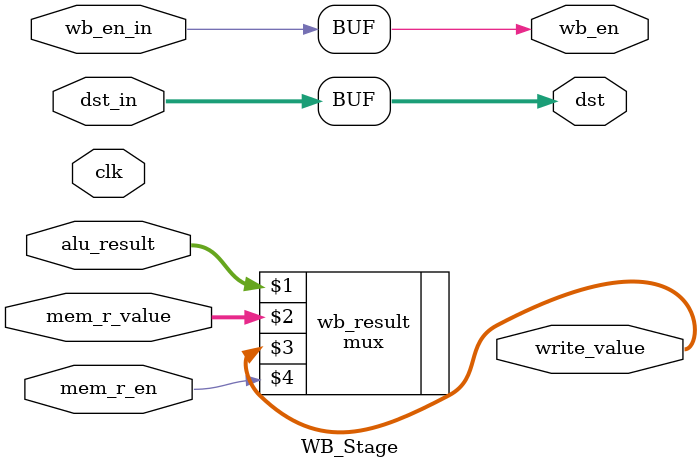
<source format=v>
module WB_Stage (
	input clk, wb_en_in, mem_r_en,
	input [31:0] alu_result, mem_r_value,
	input [4:0] dst_in,
	output wb_en, 
	output [31:0] write_value,
	output [4:0] dst
);

mux #(32) wb_result (alu_result,mem_r_value,write_value,mem_r_en);
assign wb_en=wb_en_in;
assign dst=dst_in;

endmodule
</source>
